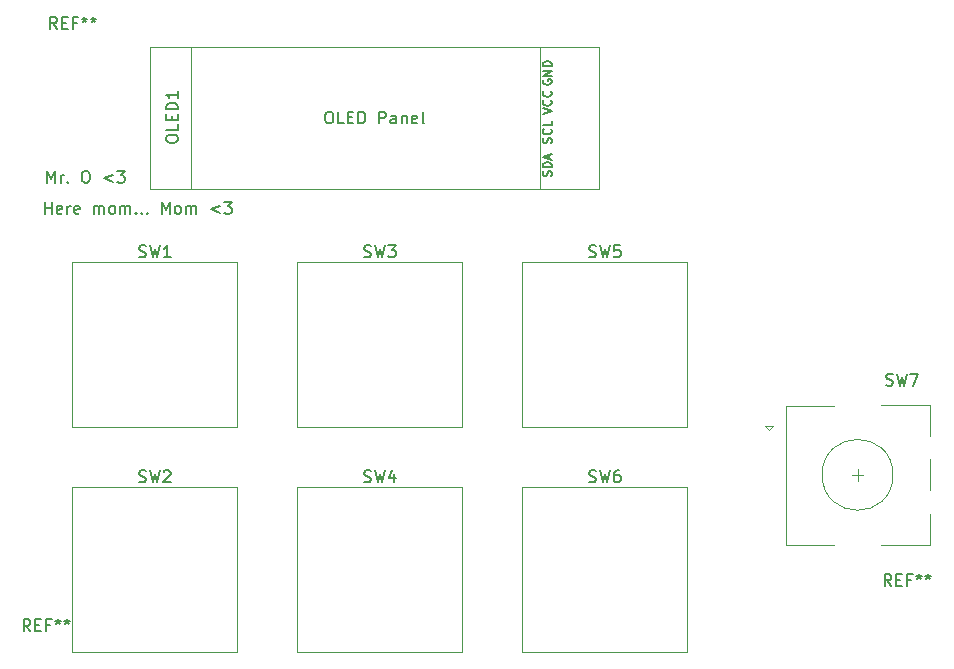
<source format=gbr>
%TF.GenerationSoftware,KiCad,Pcbnew,9.0.7*%
%TF.CreationDate,2026-01-16T03:08:10+02:00*%
%TF.ProjectId,HackPad,4861636b-5061-4642-9e6b-696361645f70,rev?*%
%TF.SameCoordinates,Original*%
%TF.FileFunction,Legend,Top*%
%TF.FilePolarity,Positive*%
%FSLAX46Y46*%
G04 Gerber Fmt 4.6, Leading zero omitted, Abs format (unit mm)*
G04 Created by KiCad (PCBNEW 9.0.7) date 2026-01-16 03:08:10*
%MOMM*%
%LPD*%
G01*
G04 APERTURE LIST*
%ADD10C,0.150000*%
%ADD11C,0.040000*%
%ADD12C,0.120000*%
G04 APERTURE END LIST*
D10*
X33126779Y-94019819D02*
X33126779Y-93019819D01*
X33126779Y-93496009D02*
X33698207Y-93496009D01*
X33698207Y-94019819D02*
X33698207Y-93019819D01*
X34555350Y-93972200D02*
X34460112Y-94019819D01*
X34460112Y-94019819D02*
X34269636Y-94019819D01*
X34269636Y-94019819D02*
X34174398Y-93972200D01*
X34174398Y-93972200D02*
X34126779Y-93876961D01*
X34126779Y-93876961D02*
X34126779Y-93496009D01*
X34126779Y-93496009D02*
X34174398Y-93400771D01*
X34174398Y-93400771D02*
X34269636Y-93353152D01*
X34269636Y-93353152D02*
X34460112Y-93353152D01*
X34460112Y-93353152D02*
X34555350Y-93400771D01*
X34555350Y-93400771D02*
X34602969Y-93496009D01*
X34602969Y-93496009D02*
X34602969Y-93591247D01*
X34602969Y-93591247D02*
X34126779Y-93686485D01*
X35031541Y-94019819D02*
X35031541Y-93353152D01*
X35031541Y-93543628D02*
X35079160Y-93448390D01*
X35079160Y-93448390D02*
X35126779Y-93400771D01*
X35126779Y-93400771D02*
X35222017Y-93353152D01*
X35222017Y-93353152D02*
X35317255Y-93353152D01*
X36031541Y-93972200D02*
X35936303Y-94019819D01*
X35936303Y-94019819D02*
X35745827Y-94019819D01*
X35745827Y-94019819D02*
X35650589Y-93972200D01*
X35650589Y-93972200D02*
X35602970Y-93876961D01*
X35602970Y-93876961D02*
X35602970Y-93496009D01*
X35602970Y-93496009D02*
X35650589Y-93400771D01*
X35650589Y-93400771D02*
X35745827Y-93353152D01*
X35745827Y-93353152D02*
X35936303Y-93353152D01*
X35936303Y-93353152D02*
X36031541Y-93400771D01*
X36031541Y-93400771D02*
X36079160Y-93496009D01*
X36079160Y-93496009D02*
X36079160Y-93591247D01*
X36079160Y-93591247D02*
X35602970Y-93686485D01*
X37269637Y-94019819D02*
X37269637Y-93353152D01*
X37269637Y-93448390D02*
X37317256Y-93400771D01*
X37317256Y-93400771D02*
X37412494Y-93353152D01*
X37412494Y-93353152D02*
X37555351Y-93353152D01*
X37555351Y-93353152D02*
X37650589Y-93400771D01*
X37650589Y-93400771D02*
X37698208Y-93496009D01*
X37698208Y-93496009D02*
X37698208Y-94019819D01*
X37698208Y-93496009D02*
X37745827Y-93400771D01*
X37745827Y-93400771D02*
X37841065Y-93353152D01*
X37841065Y-93353152D02*
X37983922Y-93353152D01*
X37983922Y-93353152D02*
X38079161Y-93400771D01*
X38079161Y-93400771D02*
X38126780Y-93496009D01*
X38126780Y-93496009D02*
X38126780Y-94019819D01*
X38745827Y-94019819D02*
X38650589Y-93972200D01*
X38650589Y-93972200D02*
X38602970Y-93924580D01*
X38602970Y-93924580D02*
X38555351Y-93829342D01*
X38555351Y-93829342D02*
X38555351Y-93543628D01*
X38555351Y-93543628D02*
X38602970Y-93448390D01*
X38602970Y-93448390D02*
X38650589Y-93400771D01*
X38650589Y-93400771D02*
X38745827Y-93353152D01*
X38745827Y-93353152D02*
X38888684Y-93353152D01*
X38888684Y-93353152D02*
X38983922Y-93400771D01*
X38983922Y-93400771D02*
X39031541Y-93448390D01*
X39031541Y-93448390D02*
X39079160Y-93543628D01*
X39079160Y-93543628D02*
X39079160Y-93829342D01*
X39079160Y-93829342D02*
X39031541Y-93924580D01*
X39031541Y-93924580D02*
X38983922Y-93972200D01*
X38983922Y-93972200D02*
X38888684Y-94019819D01*
X38888684Y-94019819D02*
X38745827Y-94019819D01*
X39507732Y-94019819D02*
X39507732Y-93353152D01*
X39507732Y-93448390D02*
X39555351Y-93400771D01*
X39555351Y-93400771D02*
X39650589Y-93353152D01*
X39650589Y-93353152D02*
X39793446Y-93353152D01*
X39793446Y-93353152D02*
X39888684Y-93400771D01*
X39888684Y-93400771D02*
X39936303Y-93496009D01*
X39936303Y-93496009D02*
X39936303Y-94019819D01*
X39936303Y-93496009D02*
X39983922Y-93400771D01*
X39983922Y-93400771D02*
X40079160Y-93353152D01*
X40079160Y-93353152D02*
X40222017Y-93353152D01*
X40222017Y-93353152D02*
X40317256Y-93400771D01*
X40317256Y-93400771D02*
X40364875Y-93496009D01*
X40364875Y-93496009D02*
X40364875Y-94019819D01*
X40841065Y-93924580D02*
X40888684Y-93972200D01*
X40888684Y-93972200D02*
X40841065Y-94019819D01*
X40841065Y-94019819D02*
X40793446Y-93972200D01*
X40793446Y-93972200D02*
X40841065Y-93924580D01*
X40841065Y-93924580D02*
X40841065Y-94019819D01*
X41317255Y-93924580D02*
X41364874Y-93972200D01*
X41364874Y-93972200D02*
X41317255Y-94019819D01*
X41317255Y-94019819D02*
X41269636Y-93972200D01*
X41269636Y-93972200D02*
X41317255Y-93924580D01*
X41317255Y-93924580D02*
X41317255Y-94019819D01*
X41793445Y-93924580D02*
X41841064Y-93972200D01*
X41841064Y-93972200D02*
X41793445Y-94019819D01*
X41793445Y-94019819D02*
X41745826Y-93972200D01*
X41745826Y-93972200D02*
X41793445Y-93924580D01*
X41793445Y-93924580D02*
X41793445Y-94019819D01*
X43031540Y-94019819D02*
X43031540Y-93019819D01*
X43031540Y-93019819D02*
X43364873Y-93734104D01*
X43364873Y-93734104D02*
X43698206Y-93019819D01*
X43698206Y-93019819D02*
X43698206Y-94019819D01*
X44317254Y-94019819D02*
X44222016Y-93972200D01*
X44222016Y-93972200D02*
X44174397Y-93924580D01*
X44174397Y-93924580D02*
X44126778Y-93829342D01*
X44126778Y-93829342D02*
X44126778Y-93543628D01*
X44126778Y-93543628D02*
X44174397Y-93448390D01*
X44174397Y-93448390D02*
X44222016Y-93400771D01*
X44222016Y-93400771D02*
X44317254Y-93353152D01*
X44317254Y-93353152D02*
X44460111Y-93353152D01*
X44460111Y-93353152D02*
X44555349Y-93400771D01*
X44555349Y-93400771D02*
X44602968Y-93448390D01*
X44602968Y-93448390D02*
X44650587Y-93543628D01*
X44650587Y-93543628D02*
X44650587Y-93829342D01*
X44650587Y-93829342D02*
X44602968Y-93924580D01*
X44602968Y-93924580D02*
X44555349Y-93972200D01*
X44555349Y-93972200D02*
X44460111Y-94019819D01*
X44460111Y-94019819D02*
X44317254Y-94019819D01*
X45079159Y-94019819D02*
X45079159Y-93353152D01*
X45079159Y-93448390D02*
X45126778Y-93400771D01*
X45126778Y-93400771D02*
X45222016Y-93353152D01*
X45222016Y-93353152D02*
X45364873Y-93353152D01*
X45364873Y-93353152D02*
X45460111Y-93400771D01*
X45460111Y-93400771D02*
X45507730Y-93496009D01*
X45507730Y-93496009D02*
X45507730Y-94019819D01*
X45507730Y-93496009D02*
X45555349Y-93400771D01*
X45555349Y-93400771D02*
X45650587Y-93353152D01*
X45650587Y-93353152D02*
X45793444Y-93353152D01*
X45793444Y-93353152D02*
X45888683Y-93400771D01*
X45888683Y-93400771D02*
X45936302Y-93496009D01*
X45936302Y-93496009D02*
X45936302Y-94019819D01*
X47936302Y-93353152D02*
X47174397Y-93638866D01*
X47174397Y-93638866D02*
X47936302Y-93924580D01*
X48317254Y-93019819D02*
X48936301Y-93019819D01*
X48936301Y-93019819D02*
X48602968Y-93400771D01*
X48602968Y-93400771D02*
X48745825Y-93400771D01*
X48745825Y-93400771D02*
X48841063Y-93448390D01*
X48841063Y-93448390D02*
X48888682Y-93496009D01*
X48888682Y-93496009D02*
X48936301Y-93591247D01*
X48936301Y-93591247D02*
X48936301Y-93829342D01*
X48936301Y-93829342D02*
X48888682Y-93924580D01*
X48888682Y-93924580D02*
X48841063Y-93972200D01*
X48841063Y-93972200D02*
X48745825Y-94019819D01*
X48745825Y-94019819D02*
X48460111Y-94019819D01*
X48460111Y-94019819D02*
X48364873Y-93972200D01*
X48364873Y-93972200D02*
X48317254Y-93924580D01*
X33306779Y-91389819D02*
X33306779Y-90389819D01*
X33306779Y-90389819D02*
X33640112Y-91104104D01*
X33640112Y-91104104D02*
X33973445Y-90389819D01*
X33973445Y-90389819D02*
X33973445Y-91389819D01*
X34449636Y-91389819D02*
X34449636Y-90723152D01*
X34449636Y-90913628D02*
X34497255Y-90818390D01*
X34497255Y-90818390D02*
X34544874Y-90770771D01*
X34544874Y-90770771D02*
X34640112Y-90723152D01*
X34640112Y-90723152D02*
X34735350Y-90723152D01*
X35068684Y-91294580D02*
X35116303Y-91342200D01*
X35116303Y-91342200D02*
X35068684Y-91389819D01*
X35068684Y-91389819D02*
X35021065Y-91342200D01*
X35021065Y-91342200D02*
X35068684Y-91294580D01*
X35068684Y-91294580D02*
X35068684Y-91389819D01*
X36497255Y-90389819D02*
X36687731Y-90389819D01*
X36687731Y-90389819D02*
X36782969Y-90437438D01*
X36782969Y-90437438D02*
X36878207Y-90532676D01*
X36878207Y-90532676D02*
X36925826Y-90723152D01*
X36925826Y-90723152D02*
X36925826Y-91056485D01*
X36925826Y-91056485D02*
X36878207Y-91246961D01*
X36878207Y-91246961D02*
X36782969Y-91342200D01*
X36782969Y-91342200D02*
X36687731Y-91389819D01*
X36687731Y-91389819D02*
X36497255Y-91389819D01*
X36497255Y-91389819D02*
X36402017Y-91342200D01*
X36402017Y-91342200D02*
X36306779Y-91246961D01*
X36306779Y-91246961D02*
X36259160Y-91056485D01*
X36259160Y-91056485D02*
X36259160Y-90723152D01*
X36259160Y-90723152D02*
X36306779Y-90532676D01*
X36306779Y-90532676D02*
X36402017Y-90437438D01*
X36402017Y-90437438D02*
X36497255Y-90389819D01*
X38878208Y-90723152D02*
X38116303Y-91008866D01*
X38116303Y-91008866D02*
X38878208Y-91294580D01*
X39259160Y-90389819D02*
X39878207Y-90389819D01*
X39878207Y-90389819D02*
X39544874Y-90770771D01*
X39544874Y-90770771D02*
X39687731Y-90770771D01*
X39687731Y-90770771D02*
X39782969Y-90818390D01*
X39782969Y-90818390D02*
X39830588Y-90866009D01*
X39830588Y-90866009D02*
X39878207Y-90961247D01*
X39878207Y-90961247D02*
X39878207Y-91199342D01*
X39878207Y-91199342D02*
X39830588Y-91294580D01*
X39830588Y-91294580D02*
X39782969Y-91342200D01*
X39782969Y-91342200D02*
X39687731Y-91389819D01*
X39687731Y-91389819D02*
X39402017Y-91389819D01*
X39402017Y-91389819D02*
X39306779Y-91342200D01*
X39306779Y-91342200D02*
X39259160Y-91294580D01*
X31896666Y-129364819D02*
X31563333Y-128888628D01*
X31325238Y-129364819D02*
X31325238Y-128364819D01*
X31325238Y-128364819D02*
X31706190Y-128364819D01*
X31706190Y-128364819D02*
X31801428Y-128412438D01*
X31801428Y-128412438D02*
X31849047Y-128460057D01*
X31849047Y-128460057D02*
X31896666Y-128555295D01*
X31896666Y-128555295D02*
X31896666Y-128698152D01*
X31896666Y-128698152D02*
X31849047Y-128793390D01*
X31849047Y-128793390D02*
X31801428Y-128841009D01*
X31801428Y-128841009D02*
X31706190Y-128888628D01*
X31706190Y-128888628D02*
X31325238Y-128888628D01*
X32325238Y-128841009D02*
X32658571Y-128841009D01*
X32801428Y-129364819D02*
X32325238Y-129364819D01*
X32325238Y-129364819D02*
X32325238Y-128364819D01*
X32325238Y-128364819D02*
X32801428Y-128364819D01*
X33563333Y-128841009D02*
X33230000Y-128841009D01*
X33230000Y-129364819D02*
X33230000Y-128364819D01*
X33230000Y-128364819D02*
X33706190Y-128364819D01*
X34230000Y-128364819D02*
X34230000Y-128602914D01*
X33991905Y-128507676D02*
X34230000Y-128602914D01*
X34230000Y-128602914D02*
X34468095Y-128507676D01*
X34087143Y-128793390D02*
X34230000Y-128602914D01*
X34230000Y-128602914D02*
X34372857Y-128793390D01*
X34991905Y-128364819D02*
X34991905Y-128602914D01*
X34753810Y-128507676D02*
X34991905Y-128602914D01*
X34991905Y-128602914D02*
X35230000Y-128507676D01*
X34849048Y-128793390D02*
X34991905Y-128602914D01*
X34991905Y-128602914D02*
X35134762Y-128793390D01*
X34136666Y-78364819D02*
X33803333Y-77888628D01*
X33565238Y-78364819D02*
X33565238Y-77364819D01*
X33565238Y-77364819D02*
X33946190Y-77364819D01*
X33946190Y-77364819D02*
X34041428Y-77412438D01*
X34041428Y-77412438D02*
X34089047Y-77460057D01*
X34089047Y-77460057D02*
X34136666Y-77555295D01*
X34136666Y-77555295D02*
X34136666Y-77698152D01*
X34136666Y-77698152D02*
X34089047Y-77793390D01*
X34089047Y-77793390D02*
X34041428Y-77841009D01*
X34041428Y-77841009D02*
X33946190Y-77888628D01*
X33946190Y-77888628D02*
X33565238Y-77888628D01*
X34565238Y-77841009D02*
X34898571Y-77841009D01*
X35041428Y-78364819D02*
X34565238Y-78364819D01*
X34565238Y-78364819D02*
X34565238Y-77364819D01*
X34565238Y-77364819D02*
X35041428Y-77364819D01*
X35803333Y-77841009D02*
X35470000Y-77841009D01*
X35470000Y-78364819D02*
X35470000Y-77364819D01*
X35470000Y-77364819D02*
X35946190Y-77364819D01*
X36470000Y-77364819D02*
X36470000Y-77602914D01*
X36231905Y-77507676D02*
X36470000Y-77602914D01*
X36470000Y-77602914D02*
X36708095Y-77507676D01*
X36327143Y-77793390D02*
X36470000Y-77602914D01*
X36470000Y-77602914D02*
X36612857Y-77793390D01*
X37231905Y-77364819D02*
X37231905Y-77602914D01*
X36993810Y-77507676D02*
X37231905Y-77602914D01*
X37231905Y-77602914D02*
X37470000Y-77507676D01*
X37089048Y-77793390D02*
X37231905Y-77602914D01*
X37231905Y-77602914D02*
X37374762Y-77793390D01*
X104786666Y-125524819D02*
X104453333Y-125048628D01*
X104215238Y-125524819D02*
X104215238Y-124524819D01*
X104215238Y-124524819D02*
X104596190Y-124524819D01*
X104596190Y-124524819D02*
X104691428Y-124572438D01*
X104691428Y-124572438D02*
X104739047Y-124620057D01*
X104739047Y-124620057D02*
X104786666Y-124715295D01*
X104786666Y-124715295D02*
X104786666Y-124858152D01*
X104786666Y-124858152D02*
X104739047Y-124953390D01*
X104739047Y-124953390D02*
X104691428Y-125001009D01*
X104691428Y-125001009D02*
X104596190Y-125048628D01*
X104596190Y-125048628D02*
X104215238Y-125048628D01*
X105215238Y-125001009D02*
X105548571Y-125001009D01*
X105691428Y-125524819D02*
X105215238Y-125524819D01*
X105215238Y-125524819D02*
X105215238Y-124524819D01*
X105215238Y-124524819D02*
X105691428Y-124524819D01*
X106453333Y-125001009D02*
X106120000Y-125001009D01*
X106120000Y-125524819D02*
X106120000Y-124524819D01*
X106120000Y-124524819D02*
X106596190Y-124524819D01*
X107120000Y-124524819D02*
X107120000Y-124762914D01*
X106881905Y-124667676D02*
X107120000Y-124762914D01*
X107120000Y-124762914D02*
X107358095Y-124667676D01*
X106977143Y-124953390D02*
X107120000Y-124762914D01*
X107120000Y-124762914D02*
X107262857Y-124953390D01*
X107881905Y-124524819D02*
X107881905Y-124762914D01*
X107643810Y-124667676D02*
X107881905Y-124762914D01*
X107881905Y-124762914D02*
X108120000Y-124667676D01*
X107739048Y-124953390D02*
X107881905Y-124762914D01*
X107881905Y-124762914D02*
X108024762Y-124953390D01*
X43384819Y-87758571D02*
X43384819Y-87568095D01*
X43384819Y-87568095D02*
X43432438Y-87472857D01*
X43432438Y-87472857D02*
X43527676Y-87377619D01*
X43527676Y-87377619D02*
X43718152Y-87330000D01*
X43718152Y-87330000D02*
X44051485Y-87330000D01*
X44051485Y-87330000D02*
X44241961Y-87377619D01*
X44241961Y-87377619D02*
X44337200Y-87472857D01*
X44337200Y-87472857D02*
X44384819Y-87568095D01*
X44384819Y-87568095D02*
X44384819Y-87758571D01*
X44384819Y-87758571D02*
X44337200Y-87853809D01*
X44337200Y-87853809D02*
X44241961Y-87949047D01*
X44241961Y-87949047D02*
X44051485Y-87996666D01*
X44051485Y-87996666D02*
X43718152Y-87996666D01*
X43718152Y-87996666D02*
X43527676Y-87949047D01*
X43527676Y-87949047D02*
X43432438Y-87853809D01*
X43432438Y-87853809D02*
X43384819Y-87758571D01*
X44384819Y-86425238D02*
X44384819Y-86901428D01*
X44384819Y-86901428D02*
X43384819Y-86901428D01*
X43861009Y-86091904D02*
X43861009Y-85758571D01*
X44384819Y-85615714D02*
X44384819Y-86091904D01*
X44384819Y-86091904D02*
X43384819Y-86091904D01*
X43384819Y-86091904D02*
X43384819Y-85615714D01*
X44384819Y-85187142D02*
X43384819Y-85187142D01*
X43384819Y-85187142D02*
X43384819Y-84949047D01*
X43384819Y-84949047D02*
X43432438Y-84806190D01*
X43432438Y-84806190D02*
X43527676Y-84710952D01*
X43527676Y-84710952D02*
X43622914Y-84663333D01*
X43622914Y-84663333D02*
X43813390Y-84615714D01*
X43813390Y-84615714D02*
X43956247Y-84615714D01*
X43956247Y-84615714D02*
X44146723Y-84663333D01*
X44146723Y-84663333D02*
X44241961Y-84710952D01*
X44241961Y-84710952D02*
X44337200Y-84806190D01*
X44337200Y-84806190D02*
X44384819Y-84949047D01*
X44384819Y-84949047D02*
X44384819Y-85187142D01*
X44384819Y-83663333D02*
X44384819Y-84234761D01*
X44384819Y-83949047D02*
X43384819Y-83949047D01*
X43384819Y-83949047D02*
X43527676Y-84044285D01*
X43527676Y-84044285D02*
X43622914Y-84139523D01*
X43622914Y-84139523D02*
X43670533Y-84234761D01*
X75324878Y-82681428D02*
X75289164Y-82752857D01*
X75289164Y-82752857D02*
X75289164Y-82859999D01*
X75289164Y-82859999D02*
X75324878Y-82967142D01*
X75324878Y-82967142D02*
X75396307Y-83038571D01*
X75396307Y-83038571D02*
X75467735Y-83074285D01*
X75467735Y-83074285D02*
X75610592Y-83109999D01*
X75610592Y-83109999D02*
X75717735Y-83109999D01*
X75717735Y-83109999D02*
X75860592Y-83074285D01*
X75860592Y-83074285D02*
X75932021Y-83038571D01*
X75932021Y-83038571D02*
X76003450Y-82967142D01*
X76003450Y-82967142D02*
X76039164Y-82859999D01*
X76039164Y-82859999D02*
X76039164Y-82788571D01*
X76039164Y-82788571D02*
X76003450Y-82681428D01*
X76003450Y-82681428D02*
X75967735Y-82645714D01*
X75967735Y-82645714D02*
X75717735Y-82645714D01*
X75717735Y-82645714D02*
X75717735Y-82788571D01*
X76039164Y-82324285D02*
X75289164Y-82324285D01*
X75289164Y-82324285D02*
X76039164Y-81895714D01*
X76039164Y-81895714D02*
X75289164Y-81895714D01*
X76039164Y-81538571D02*
X75289164Y-81538571D01*
X75289164Y-81538571D02*
X75289164Y-81360000D01*
X75289164Y-81360000D02*
X75324878Y-81252857D01*
X75324878Y-81252857D02*
X75396307Y-81181428D01*
X75396307Y-81181428D02*
X75467735Y-81145714D01*
X75467735Y-81145714D02*
X75610592Y-81110000D01*
X75610592Y-81110000D02*
X75717735Y-81110000D01*
X75717735Y-81110000D02*
X75860592Y-81145714D01*
X75860592Y-81145714D02*
X75932021Y-81181428D01*
X75932021Y-81181428D02*
X76003450Y-81252857D01*
X76003450Y-81252857D02*
X76039164Y-81360000D01*
X76039164Y-81360000D02*
X76039164Y-81538571D01*
X75289164Y-85579999D02*
X76039164Y-85329999D01*
X76039164Y-85329999D02*
X75289164Y-85079999D01*
X75967735Y-84401428D02*
X76003450Y-84437142D01*
X76003450Y-84437142D02*
X76039164Y-84544285D01*
X76039164Y-84544285D02*
X76039164Y-84615713D01*
X76039164Y-84615713D02*
X76003450Y-84722856D01*
X76003450Y-84722856D02*
X75932021Y-84794285D01*
X75932021Y-84794285D02*
X75860592Y-84829999D01*
X75860592Y-84829999D02*
X75717735Y-84865713D01*
X75717735Y-84865713D02*
X75610592Y-84865713D01*
X75610592Y-84865713D02*
X75467735Y-84829999D01*
X75467735Y-84829999D02*
X75396307Y-84794285D01*
X75396307Y-84794285D02*
X75324878Y-84722856D01*
X75324878Y-84722856D02*
X75289164Y-84615713D01*
X75289164Y-84615713D02*
X75289164Y-84544285D01*
X75289164Y-84544285D02*
X75324878Y-84437142D01*
X75324878Y-84437142D02*
X75360592Y-84401428D01*
X75967735Y-83651428D02*
X76003450Y-83687142D01*
X76003450Y-83687142D02*
X76039164Y-83794285D01*
X76039164Y-83794285D02*
X76039164Y-83865713D01*
X76039164Y-83865713D02*
X76003450Y-83972856D01*
X76003450Y-83972856D02*
X75932021Y-84044285D01*
X75932021Y-84044285D02*
X75860592Y-84079999D01*
X75860592Y-84079999D02*
X75717735Y-84115713D01*
X75717735Y-84115713D02*
X75610592Y-84115713D01*
X75610592Y-84115713D02*
X75467735Y-84079999D01*
X75467735Y-84079999D02*
X75396307Y-84044285D01*
X75396307Y-84044285D02*
X75324878Y-83972856D01*
X75324878Y-83972856D02*
X75289164Y-83865713D01*
X75289164Y-83865713D02*
X75289164Y-83794285D01*
X75289164Y-83794285D02*
X75324878Y-83687142D01*
X75324878Y-83687142D02*
X75360592Y-83651428D01*
X76003450Y-88022856D02*
X76039164Y-87915714D01*
X76039164Y-87915714D02*
X76039164Y-87737142D01*
X76039164Y-87737142D02*
X76003450Y-87665714D01*
X76003450Y-87665714D02*
X75967735Y-87629999D01*
X75967735Y-87629999D02*
X75896307Y-87594285D01*
X75896307Y-87594285D02*
X75824878Y-87594285D01*
X75824878Y-87594285D02*
X75753450Y-87629999D01*
X75753450Y-87629999D02*
X75717735Y-87665714D01*
X75717735Y-87665714D02*
X75682021Y-87737142D01*
X75682021Y-87737142D02*
X75646307Y-87879999D01*
X75646307Y-87879999D02*
X75610592Y-87951428D01*
X75610592Y-87951428D02*
X75574878Y-87987142D01*
X75574878Y-87987142D02*
X75503450Y-88022856D01*
X75503450Y-88022856D02*
X75432021Y-88022856D01*
X75432021Y-88022856D02*
X75360592Y-87987142D01*
X75360592Y-87987142D02*
X75324878Y-87951428D01*
X75324878Y-87951428D02*
X75289164Y-87879999D01*
X75289164Y-87879999D02*
X75289164Y-87701428D01*
X75289164Y-87701428D02*
X75324878Y-87594285D01*
X75967735Y-86844285D02*
X76003450Y-86879999D01*
X76003450Y-86879999D02*
X76039164Y-86987142D01*
X76039164Y-86987142D02*
X76039164Y-87058570D01*
X76039164Y-87058570D02*
X76003450Y-87165713D01*
X76003450Y-87165713D02*
X75932021Y-87237142D01*
X75932021Y-87237142D02*
X75860592Y-87272856D01*
X75860592Y-87272856D02*
X75717735Y-87308570D01*
X75717735Y-87308570D02*
X75610592Y-87308570D01*
X75610592Y-87308570D02*
X75467735Y-87272856D01*
X75467735Y-87272856D02*
X75396307Y-87237142D01*
X75396307Y-87237142D02*
X75324878Y-87165713D01*
X75324878Y-87165713D02*
X75289164Y-87058570D01*
X75289164Y-87058570D02*
X75289164Y-86987142D01*
X75289164Y-86987142D02*
X75324878Y-86879999D01*
X75324878Y-86879999D02*
X75360592Y-86844285D01*
X76039164Y-86165713D02*
X76039164Y-86522856D01*
X76039164Y-86522856D02*
X75289164Y-86522856D01*
X76003450Y-90830713D02*
X76039164Y-90723571D01*
X76039164Y-90723571D02*
X76039164Y-90544999D01*
X76039164Y-90544999D02*
X76003450Y-90473571D01*
X76003450Y-90473571D02*
X75967735Y-90437856D01*
X75967735Y-90437856D02*
X75896307Y-90402142D01*
X75896307Y-90402142D02*
X75824878Y-90402142D01*
X75824878Y-90402142D02*
X75753450Y-90437856D01*
X75753450Y-90437856D02*
X75717735Y-90473571D01*
X75717735Y-90473571D02*
X75682021Y-90544999D01*
X75682021Y-90544999D02*
X75646307Y-90687856D01*
X75646307Y-90687856D02*
X75610592Y-90759285D01*
X75610592Y-90759285D02*
X75574878Y-90794999D01*
X75574878Y-90794999D02*
X75503450Y-90830713D01*
X75503450Y-90830713D02*
X75432021Y-90830713D01*
X75432021Y-90830713D02*
X75360592Y-90794999D01*
X75360592Y-90794999D02*
X75324878Y-90759285D01*
X75324878Y-90759285D02*
X75289164Y-90687856D01*
X75289164Y-90687856D02*
X75289164Y-90509285D01*
X75289164Y-90509285D02*
X75324878Y-90402142D01*
X76039164Y-90080713D02*
X75289164Y-90080713D01*
X75289164Y-90080713D02*
X75289164Y-89902142D01*
X75289164Y-89902142D02*
X75324878Y-89794999D01*
X75324878Y-89794999D02*
X75396307Y-89723570D01*
X75396307Y-89723570D02*
X75467735Y-89687856D01*
X75467735Y-89687856D02*
X75610592Y-89652142D01*
X75610592Y-89652142D02*
X75717735Y-89652142D01*
X75717735Y-89652142D02*
X75860592Y-89687856D01*
X75860592Y-89687856D02*
X75932021Y-89723570D01*
X75932021Y-89723570D02*
X76003450Y-89794999D01*
X76003450Y-89794999D02*
X76039164Y-89902142D01*
X76039164Y-89902142D02*
X76039164Y-90080713D01*
X75824878Y-89366427D02*
X75824878Y-89009285D01*
X76039164Y-89437856D02*
X75289164Y-89187856D01*
X75289164Y-89187856D02*
X76039164Y-88937856D01*
X57101428Y-85374819D02*
X57291904Y-85374819D01*
X57291904Y-85374819D02*
X57387142Y-85422438D01*
X57387142Y-85422438D02*
X57482380Y-85517676D01*
X57482380Y-85517676D02*
X57529999Y-85708152D01*
X57529999Y-85708152D02*
X57529999Y-86041485D01*
X57529999Y-86041485D02*
X57482380Y-86231961D01*
X57482380Y-86231961D02*
X57387142Y-86327200D01*
X57387142Y-86327200D02*
X57291904Y-86374819D01*
X57291904Y-86374819D02*
X57101428Y-86374819D01*
X57101428Y-86374819D02*
X57006190Y-86327200D01*
X57006190Y-86327200D02*
X56910952Y-86231961D01*
X56910952Y-86231961D02*
X56863333Y-86041485D01*
X56863333Y-86041485D02*
X56863333Y-85708152D01*
X56863333Y-85708152D02*
X56910952Y-85517676D01*
X56910952Y-85517676D02*
X57006190Y-85422438D01*
X57006190Y-85422438D02*
X57101428Y-85374819D01*
X58434761Y-86374819D02*
X57958571Y-86374819D01*
X57958571Y-86374819D02*
X57958571Y-85374819D01*
X58768095Y-85851009D02*
X59101428Y-85851009D01*
X59244285Y-86374819D02*
X58768095Y-86374819D01*
X58768095Y-86374819D02*
X58768095Y-85374819D01*
X58768095Y-85374819D02*
X59244285Y-85374819D01*
X59672857Y-86374819D02*
X59672857Y-85374819D01*
X59672857Y-85374819D02*
X59910952Y-85374819D01*
X59910952Y-85374819D02*
X60053809Y-85422438D01*
X60053809Y-85422438D02*
X60149047Y-85517676D01*
X60149047Y-85517676D02*
X60196666Y-85612914D01*
X60196666Y-85612914D02*
X60244285Y-85803390D01*
X60244285Y-85803390D02*
X60244285Y-85946247D01*
X60244285Y-85946247D02*
X60196666Y-86136723D01*
X60196666Y-86136723D02*
X60149047Y-86231961D01*
X60149047Y-86231961D02*
X60053809Y-86327200D01*
X60053809Y-86327200D02*
X59910952Y-86374819D01*
X59910952Y-86374819D02*
X59672857Y-86374819D01*
X61434762Y-86374819D02*
X61434762Y-85374819D01*
X61434762Y-85374819D02*
X61815714Y-85374819D01*
X61815714Y-85374819D02*
X61910952Y-85422438D01*
X61910952Y-85422438D02*
X61958571Y-85470057D01*
X61958571Y-85470057D02*
X62006190Y-85565295D01*
X62006190Y-85565295D02*
X62006190Y-85708152D01*
X62006190Y-85708152D02*
X61958571Y-85803390D01*
X61958571Y-85803390D02*
X61910952Y-85851009D01*
X61910952Y-85851009D02*
X61815714Y-85898628D01*
X61815714Y-85898628D02*
X61434762Y-85898628D01*
X62863333Y-86374819D02*
X62863333Y-85851009D01*
X62863333Y-85851009D02*
X62815714Y-85755771D01*
X62815714Y-85755771D02*
X62720476Y-85708152D01*
X62720476Y-85708152D02*
X62530000Y-85708152D01*
X62530000Y-85708152D02*
X62434762Y-85755771D01*
X62863333Y-86327200D02*
X62768095Y-86374819D01*
X62768095Y-86374819D02*
X62530000Y-86374819D01*
X62530000Y-86374819D02*
X62434762Y-86327200D01*
X62434762Y-86327200D02*
X62387143Y-86231961D01*
X62387143Y-86231961D02*
X62387143Y-86136723D01*
X62387143Y-86136723D02*
X62434762Y-86041485D01*
X62434762Y-86041485D02*
X62530000Y-85993866D01*
X62530000Y-85993866D02*
X62768095Y-85993866D01*
X62768095Y-85993866D02*
X62863333Y-85946247D01*
X63339524Y-85708152D02*
X63339524Y-86374819D01*
X63339524Y-85803390D02*
X63387143Y-85755771D01*
X63387143Y-85755771D02*
X63482381Y-85708152D01*
X63482381Y-85708152D02*
X63625238Y-85708152D01*
X63625238Y-85708152D02*
X63720476Y-85755771D01*
X63720476Y-85755771D02*
X63768095Y-85851009D01*
X63768095Y-85851009D02*
X63768095Y-86374819D01*
X64625238Y-86327200D02*
X64530000Y-86374819D01*
X64530000Y-86374819D02*
X64339524Y-86374819D01*
X64339524Y-86374819D02*
X64244286Y-86327200D01*
X64244286Y-86327200D02*
X64196667Y-86231961D01*
X64196667Y-86231961D02*
X64196667Y-85851009D01*
X64196667Y-85851009D02*
X64244286Y-85755771D01*
X64244286Y-85755771D02*
X64339524Y-85708152D01*
X64339524Y-85708152D02*
X64530000Y-85708152D01*
X64530000Y-85708152D02*
X64625238Y-85755771D01*
X64625238Y-85755771D02*
X64672857Y-85851009D01*
X64672857Y-85851009D02*
X64672857Y-85946247D01*
X64672857Y-85946247D02*
X64196667Y-86041485D01*
X65244286Y-86374819D02*
X65149048Y-86327200D01*
X65149048Y-86327200D02*
X65101429Y-86231961D01*
X65101429Y-86231961D02*
X65101429Y-85374819D01*
X60146667Y-116703200D02*
X60289524Y-116750819D01*
X60289524Y-116750819D02*
X60527619Y-116750819D01*
X60527619Y-116750819D02*
X60622857Y-116703200D01*
X60622857Y-116703200D02*
X60670476Y-116655580D01*
X60670476Y-116655580D02*
X60718095Y-116560342D01*
X60718095Y-116560342D02*
X60718095Y-116465104D01*
X60718095Y-116465104D02*
X60670476Y-116369866D01*
X60670476Y-116369866D02*
X60622857Y-116322247D01*
X60622857Y-116322247D02*
X60527619Y-116274628D01*
X60527619Y-116274628D02*
X60337143Y-116227009D01*
X60337143Y-116227009D02*
X60241905Y-116179390D01*
X60241905Y-116179390D02*
X60194286Y-116131771D01*
X60194286Y-116131771D02*
X60146667Y-116036533D01*
X60146667Y-116036533D02*
X60146667Y-115941295D01*
X60146667Y-115941295D02*
X60194286Y-115846057D01*
X60194286Y-115846057D02*
X60241905Y-115798438D01*
X60241905Y-115798438D02*
X60337143Y-115750819D01*
X60337143Y-115750819D02*
X60575238Y-115750819D01*
X60575238Y-115750819D02*
X60718095Y-115798438D01*
X61051429Y-115750819D02*
X61289524Y-116750819D01*
X61289524Y-116750819D02*
X61480000Y-116036533D01*
X61480000Y-116036533D02*
X61670476Y-116750819D01*
X61670476Y-116750819D02*
X61908572Y-115750819D01*
X62718095Y-116084152D02*
X62718095Y-116750819D01*
X62480000Y-115703200D02*
X62241905Y-116417485D01*
X62241905Y-116417485D02*
X62860952Y-116417485D01*
X60146667Y-97653200D02*
X60289524Y-97700819D01*
X60289524Y-97700819D02*
X60527619Y-97700819D01*
X60527619Y-97700819D02*
X60622857Y-97653200D01*
X60622857Y-97653200D02*
X60670476Y-97605580D01*
X60670476Y-97605580D02*
X60718095Y-97510342D01*
X60718095Y-97510342D02*
X60718095Y-97415104D01*
X60718095Y-97415104D02*
X60670476Y-97319866D01*
X60670476Y-97319866D02*
X60622857Y-97272247D01*
X60622857Y-97272247D02*
X60527619Y-97224628D01*
X60527619Y-97224628D02*
X60337143Y-97177009D01*
X60337143Y-97177009D02*
X60241905Y-97129390D01*
X60241905Y-97129390D02*
X60194286Y-97081771D01*
X60194286Y-97081771D02*
X60146667Y-96986533D01*
X60146667Y-96986533D02*
X60146667Y-96891295D01*
X60146667Y-96891295D02*
X60194286Y-96796057D01*
X60194286Y-96796057D02*
X60241905Y-96748438D01*
X60241905Y-96748438D02*
X60337143Y-96700819D01*
X60337143Y-96700819D02*
X60575238Y-96700819D01*
X60575238Y-96700819D02*
X60718095Y-96748438D01*
X61051429Y-96700819D02*
X61289524Y-97700819D01*
X61289524Y-97700819D02*
X61480000Y-96986533D01*
X61480000Y-96986533D02*
X61670476Y-97700819D01*
X61670476Y-97700819D02*
X61908572Y-96700819D01*
X62194286Y-96700819D02*
X62813333Y-96700819D01*
X62813333Y-96700819D02*
X62480000Y-97081771D01*
X62480000Y-97081771D02*
X62622857Y-97081771D01*
X62622857Y-97081771D02*
X62718095Y-97129390D01*
X62718095Y-97129390D02*
X62765714Y-97177009D01*
X62765714Y-97177009D02*
X62813333Y-97272247D01*
X62813333Y-97272247D02*
X62813333Y-97510342D01*
X62813333Y-97510342D02*
X62765714Y-97605580D01*
X62765714Y-97605580D02*
X62718095Y-97653200D01*
X62718095Y-97653200D02*
X62622857Y-97700819D01*
X62622857Y-97700819D02*
X62337143Y-97700819D01*
X62337143Y-97700819D02*
X62241905Y-97653200D01*
X62241905Y-97653200D02*
X62194286Y-97605580D01*
X41096667Y-116703200D02*
X41239524Y-116750819D01*
X41239524Y-116750819D02*
X41477619Y-116750819D01*
X41477619Y-116750819D02*
X41572857Y-116703200D01*
X41572857Y-116703200D02*
X41620476Y-116655580D01*
X41620476Y-116655580D02*
X41668095Y-116560342D01*
X41668095Y-116560342D02*
X41668095Y-116465104D01*
X41668095Y-116465104D02*
X41620476Y-116369866D01*
X41620476Y-116369866D02*
X41572857Y-116322247D01*
X41572857Y-116322247D02*
X41477619Y-116274628D01*
X41477619Y-116274628D02*
X41287143Y-116227009D01*
X41287143Y-116227009D02*
X41191905Y-116179390D01*
X41191905Y-116179390D02*
X41144286Y-116131771D01*
X41144286Y-116131771D02*
X41096667Y-116036533D01*
X41096667Y-116036533D02*
X41096667Y-115941295D01*
X41096667Y-115941295D02*
X41144286Y-115846057D01*
X41144286Y-115846057D02*
X41191905Y-115798438D01*
X41191905Y-115798438D02*
X41287143Y-115750819D01*
X41287143Y-115750819D02*
X41525238Y-115750819D01*
X41525238Y-115750819D02*
X41668095Y-115798438D01*
X42001429Y-115750819D02*
X42239524Y-116750819D01*
X42239524Y-116750819D02*
X42430000Y-116036533D01*
X42430000Y-116036533D02*
X42620476Y-116750819D01*
X42620476Y-116750819D02*
X42858572Y-115750819D01*
X43191905Y-115846057D02*
X43239524Y-115798438D01*
X43239524Y-115798438D02*
X43334762Y-115750819D01*
X43334762Y-115750819D02*
X43572857Y-115750819D01*
X43572857Y-115750819D02*
X43668095Y-115798438D01*
X43668095Y-115798438D02*
X43715714Y-115846057D01*
X43715714Y-115846057D02*
X43763333Y-115941295D01*
X43763333Y-115941295D02*
X43763333Y-116036533D01*
X43763333Y-116036533D02*
X43715714Y-116179390D01*
X43715714Y-116179390D02*
X43144286Y-116750819D01*
X43144286Y-116750819D02*
X43763333Y-116750819D01*
X41096667Y-97653200D02*
X41239524Y-97700819D01*
X41239524Y-97700819D02*
X41477619Y-97700819D01*
X41477619Y-97700819D02*
X41572857Y-97653200D01*
X41572857Y-97653200D02*
X41620476Y-97605580D01*
X41620476Y-97605580D02*
X41668095Y-97510342D01*
X41668095Y-97510342D02*
X41668095Y-97415104D01*
X41668095Y-97415104D02*
X41620476Y-97319866D01*
X41620476Y-97319866D02*
X41572857Y-97272247D01*
X41572857Y-97272247D02*
X41477619Y-97224628D01*
X41477619Y-97224628D02*
X41287143Y-97177009D01*
X41287143Y-97177009D02*
X41191905Y-97129390D01*
X41191905Y-97129390D02*
X41144286Y-97081771D01*
X41144286Y-97081771D02*
X41096667Y-96986533D01*
X41096667Y-96986533D02*
X41096667Y-96891295D01*
X41096667Y-96891295D02*
X41144286Y-96796057D01*
X41144286Y-96796057D02*
X41191905Y-96748438D01*
X41191905Y-96748438D02*
X41287143Y-96700819D01*
X41287143Y-96700819D02*
X41525238Y-96700819D01*
X41525238Y-96700819D02*
X41668095Y-96748438D01*
X42001429Y-96700819D02*
X42239524Y-97700819D01*
X42239524Y-97700819D02*
X42430000Y-96986533D01*
X42430000Y-96986533D02*
X42620476Y-97700819D01*
X42620476Y-97700819D02*
X42858572Y-96700819D01*
X43763333Y-97700819D02*
X43191905Y-97700819D01*
X43477619Y-97700819D02*
X43477619Y-96700819D01*
X43477619Y-96700819D02*
X43382381Y-96843676D01*
X43382381Y-96843676D02*
X43287143Y-96938914D01*
X43287143Y-96938914D02*
X43191905Y-96986533D01*
X79196667Y-116703200D02*
X79339524Y-116750819D01*
X79339524Y-116750819D02*
X79577619Y-116750819D01*
X79577619Y-116750819D02*
X79672857Y-116703200D01*
X79672857Y-116703200D02*
X79720476Y-116655580D01*
X79720476Y-116655580D02*
X79768095Y-116560342D01*
X79768095Y-116560342D02*
X79768095Y-116465104D01*
X79768095Y-116465104D02*
X79720476Y-116369866D01*
X79720476Y-116369866D02*
X79672857Y-116322247D01*
X79672857Y-116322247D02*
X79577619Y-116274628D01*
X79577619Y-116274628D02*
X79387143Y-116227009D01*
X79387143Y-116227009D02*
X79291905Y-116179390D01*
X79291905Y-116179390D02*
X79244286Y-116131771D01*
X79244286Y-116131771D02*
X79196667Y-116036533D01*
X79196667Y-116036533D02*
X79196667Y-115941295D01*
X79196667Y-115941295D02*
X79244286Y-115846057D01*
X79244286Y-115846057D02*
X79291905Y-115798438D01*
X79291905Y-115798438D02*
X79387143Y-115750819D01*
X79387143Y-115750819D02*
X79625238Y-115750819D01*
X79625238Y-115750819D02*
X79768095Y-115798438D01*
X80101429Y-115750819D02*
X80339524Y-116750819D01*
X80339524Y-116750819D02*
X80530000Y-116036533D01*
X80530000Y-116036533D02*
X80720476Y-116750819D01*
X80720476Y-116750819D02*
X80958572Y-115750819D01*
X81768095Y-115750819D02*
X81577619Y-115750819D01*
X81577619Y-115750819D02*
X81482381Y-115798438D01*
X81482381Y-115798438D02*
X81434762Y-115846057D01*
X81434762Y-115846057D02*
X81339524Y-115988914D01*
X81339524Y-115988914D02*
X81291905Y-116179390D01*
X81291905Y-116179390D02*
X81291905Y-116560342D01*
X81291905Y-116560342D02*
X81339524Y-116655580D01*
X81339524Y-116655580D02*
X81387143Y-116703200D01*
X81387143Y-116703200D02*
X81482381Y-116750819D01*
X81482381Y-116750819D02*
X81672857Y-116750819D01*
X81672857Y-116750819D02*
X81768095Y-116703200D01*
X81768095Y-116703200D02*
X81815714Y-116655580D01*
X81815714Y-116655580D02*
X81863333Y-116560342D01*
X81863333Y-116560342D02*
X81863333Y-116322247D01*
X81863333Y-116322247D02*
X81815714Y-116227009D01*
X81815714Y-116227009D02*
X81768095Y-116179390D01*
X81768095Y-116179390D02*
X81672857Y-116131771D01*
X81672857Y-116131771D02*
X81482381Y-116131771D01*
X81482381Y-116131771D02*
X81387143Y-116179390D01*
X81387143Y-116179390D02*
X81339524Y-116227009D01*
X81339524Y-116227009D02*
X81291905Y-116322247D01*
X79196667Y-97653200D02*
X79339524Y-97700819D01*
X79339524Y-97700819D02*
X79577619Y-97700819D01*
X79577619Y-97700819D02*
X79672857Y-97653200D01*
X79672857Y-97653200D02*
X79720476Y-97605580D01*
X79720476Y-97605580D02*
X79768095Y-97510342D01*
X79768095Y-97510342D02*
X79768095Y-97415104D01*
X79768095Y-97415104D02*
X79720476Y-97319866D01*
X79720476Y-97319866D02*
X79672857Y-97272247D01*
X79672857Y-97272247D02*
X79577619Y-97224628D01*
X79577619Y-97224628D02*
X79387143Y-97177009D01*
X79387143Y-97177009D02*
X79291905Y-97129390D01*
X79291905Y-97129390D02*
X79244286Y-97081771D01*
X79244286Y-97081771D02*
X79196667Y-96986533D01*
X79196667Y-96986533D02*
X79196667Y-96891295D01*
X79196667Y-96891295D02*
X79244286Y-96796057D01*
X79244286Y-96796057D02*
X79291905Y-96748438D01*
X79291905Y-96748438D02*
X79387143Y-96700819D01*
X79387143Y-96700819D02*
X79625238Y-96700819D01*
X79625238Y-96700819D02*
X79768095Y-96748438D01*
X80101429Y-96700819D02*
X80339524Y-97700819D01*
X80339524Y-97700819D02*
X80530000Y-96986533D01*
X80530000Y-96986533D02*
X80720476Y-97700819D01*
X80720476Y-97700819D02*
X80958572Y-96700819D01*
X81815714Y-96700819D02*
X81339524Y-96700819D01*
X81339524Y-96700819D02*
X81291905Y-97177009D01*
X81291905Y-97177009D02*
X81339524Y-97129390D01*
X81339524Y-97129390D02*
X81434762Y-97081771D01*
X81434762Y-97081771D02*
X81672857Y-97081771D01*
X81672857Y-97081771D02*
X81768095Y-97129390D01*
X81768095Y-97129390D02*
X81815714Y-97177009D01*
X81815714Y-97177009D02*
X81863333Y-97272247D01*
X81863333Y-97272247D02*
X81863333Y-97510342D01*
X81863333Y-97510342D02*
X81815714Y-97605580D01*
X81815714Y-97605580D02*
X81768095Y-97653200D01*
X81768095Y-97653200D02*
X81672857Y-97700819D01*
X81672857Y-97700819D02*
X81434762Y-97700819D01*
X81434762Y-97700819D02*
X81339524Y-97653200D01*
X81339524Y-97653200D02*
X81291905Y-97605580D01*
X104346667Y-108517200D02*
X104489524Y-108564819D01*
X104489524Y-108564819D02*
X104727619Y-108564819D01*
X104727619Y-108564819D02*
X104822857Y-108517200D01*
X104822857Y-108517200D02*
X104870476Y-108469580D01*
X104870476Y-108469580D02*
X104918095Y-108374342D01*
X104918095Y-108374342D02*
X104918095Y-108279104D01*
X104918095Y-108279104D02*
X104870476Y-108183866D01*
X104870476Y-108183866D02*
X104822857Y-108136247D01*
X104822857Y-108136247D02*
X104727619Y-108088628D01*
X104727619Y-108088628D02*
X104537143Y-108041009D01*
X104537143Y-108041009D02*
X104441905Y-107993390D01*
X104441905Y-107993390D02*
X104394286Y-107945771D01*
X104394286Y-107945771D02*
X104346667Y-107850533D01*
X104346667Y-107850533D02*
X104346667Y-107755295D01*
X104346667Y-107755295D02*
X104394286Y-107660057D01*
X104394286Y-107660057D02*
X104441905Y-107612438D01*
X104441905Y-107612438D02*
X104537143Y-107564819D01*
X104537143Y-107564819D02*
X104775238Y-107564819D01*
X104775238Y-107564819D02*
X104918095Y-107612438D01*
X105251429Y-107564819D02*
X105489524Y-108564819D01*
X105489524Y-108564819D02*
X105680000Y-107850533D01*
X105680000Y-107850533D02*
X105870476Y-108564819D01*
X105870476Y-108564819D02*
X106108572Y-107564819D01*
X106394286Y-107564819D02*
X107060952Y-107564819D01*
X107060952Y-107564819D02*
X106632381Y-108564819D01*
D11*
%TO.C,OLED1*%
X45530000Y-79920000D02*
X45530000Y-91920000D01*
X75030000Y-79920000D02*
X75030000Y-91920000D01*
X80030000Y-79920000D02*
X42030000Y-79920000D01*
X42030000Y-79920000D02*
X42030000Y-91920000D01*
X42030000Y-91920000D02*
X80030000Y-91920000D01*
X80030000Y-91920000D02*
X80030000Y-79920000D01*
D12*
%TO.C,SW4*%
X68465000Y-131155000D02*
X54495000Y-131155000D01*
X68465000Y-117185000D02*
X68465000Y-131155000D01*
X54495000Y-131155000D02*
X54495000Y-117185000D01*
X54495000Y-117185000D02*
X68465000Y-117185000D01*
%TO.C,SW3*%
X54495000Y-98135000D02*
X68465000Y-98135000D01*
X54495000Y-112105000D02*
X54495000Y-98135000D01*
X68465000Y-98135000D02*
X68465000Y-112105000D01*
X68465000Y-112105000D02*
X54495000Y-112105000D01*
%TO.C,SW2*%
X35445000Y-117185000D02*
X49415000Y-117185000D01*
X35445000Y-131155000D02*
X35445000Y-117185000D01*
X49415000Y-117185000D02*
X49415000Y-131155000D01*
X49415000Y-131155000D02*
X35445000Y-131155000D01*
%TO.C,SW1*%
X35445000Y-98135000D02*
X49415000Y-98135000D01*
X35445000Y-112105000D02*
X35445000Y-98135000D01*
X49415000Y-98135000D02*
X49415000Y-112105000D01*
X49415000Y-112105000D02*
X35445000Y-112105000D01*
%TO.C,SW6*%
X73545000Y-117185000D02*
X87515000Y-117185000D01*
X73545000Y-131155000D02*
X73545000Y-117185000D01*
X87515000Y-117185000D02*
X87515000Y-131155000D01*
X87515000Y-131155000D02*
X73545000Y-131155000D01*
%TO.C,SW5*%
X73545000Y-98135000D02*
X87515000Y-98135000D01*
X73545000Y-112105000D02*
X73545000Y-98135000D01*
X87515000Y-98135000D02*
X87515000Y-112105000D01*
X87515000Y-112105000D02*
X73545000Y-112105000D01*
%TO.C,SW7*%
X94135000Y-112025000D02*
X94735000Y-112025000D01*
X94435000Y-112325000D02*
X94135000Y-112025000D01*
X94735000Y-112025000D02*
X94435000Y-112325000D01*
X95835000Y-110325000D02*
X95835000Y-122025000D01*
X99935000Y-110325000D02*
X95835000Y-110325000D01*
X99935000Y-122025000D02*
X95835000Y-122025000D01*
X101435000Y-116125000D02*
X102435000Y-116125000D01*
X101935000Y-115625000D02*
X101935000Y-116625000D01*
X103935000Y-110225000D02*
X108035000Y-110225000D01*
X108035000Y-110225000D02*
X108035000Y-112825000D01*
X108035000Y-114825000D02*
X108035000Y-117425000D01*
X108035000Y-119425000D02*
X108035000Y-122025000D01*
X108035000Y-122025000D02*
X103935000Y-122025000D01*
X104935000Y-116125000D02*
G75*
G02*
X98935000Y-116125000I-3000000J0D01*
G01*
X98935000Y-116125000D02*
G75*
G02*
X104935000Y-116125000I3000000J0D01*
G01*
%TD*%
M02*

</source>
